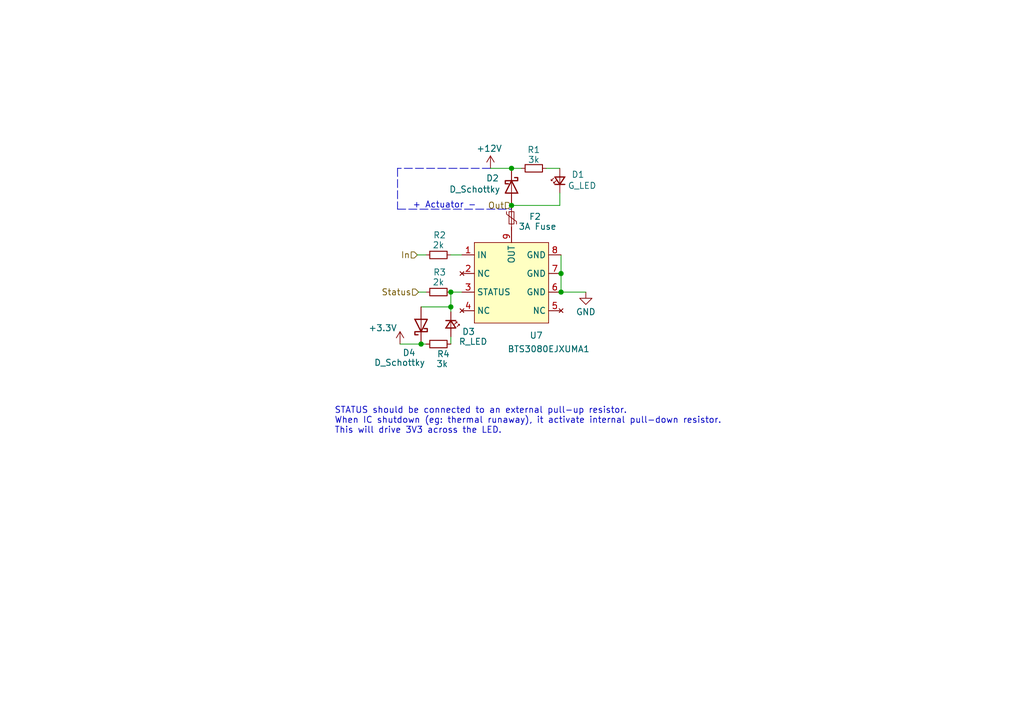
<source format=kicad_sch>
(kicad_sch (version 20211123) (generator eeschema)
  (paper "A5")
  (lib_symbols
    (symbol "BTS3080EJXUMA1:BTS3080EJXUMA1"
      (property "Reference" "U" (at 0 -2.54 0))
      (property "Value" "BTS3080EJXUMA1" (at 1.27 -5.08 0))
      (symbol "BTS3080EJXUMA1_0_1"
        (rectangle (start -7.62 16.51) (end 7.62 0) (fill (type background)))
      )
      (symbol "BTS3080EJXUMA1_1_1"
        (pin input line (at -10.16 13.97 0) (length 2.54) (name "IN") (number "1"))
        (pin no_connect line (at -10.16 10.16 0) (length 2.54) (name "NC") (number "2"))
        (pin output line (at -10.16 6.35 0) (length 2.54) (name "STATUS") (number "3"))
        (pin no_connect line (at -10.16 2.54 0) (length 2.54) (name "NC") (number "4"))
        (pin no_connect line (at 10.16 2.54 180) (length 2.54) (name "NC") (number "5"))
        (pin power_in line (at 10.16 6.35 180) (length 2.54) (name "GND") (number "6"))
        (pin power_in line (at 10.16 10.16 180) (length 2.54) (name "GND") (number "7"))
        (pin power_in line (at 10.16 13.97 180) (length 2.54) (name "GND") (number "8"))
        (pin output line (at 0 19.05 270) (length 2.54) (name "OUT") (number "9"))
      )
    )
    (symbol "Device:D_Schottky" (pin_numbers hide) (pin_names (offset 1.016) hide)
      (property "Reference" "D" (at 0 2.54 0))
      (property "Value" "D_Schottky" (at 0 -2.54 0))
      (symbol "D_Schottky_0_1"
        (polyline (pts (xy 1.27 0) (xy -1.27 0)))
        (polyline (pts (xy 1.27 1.27) (xy 1.27 -1.27) (xy -1.27 0) (xy 1.27 1.27)) (stroke (width 0.254)))
        (polyline (pts (xy -1.905 0.635) (xy -1.905 1.27) (xy -1.27 1.27) (xy -1.27 -1.27) (xy -0.635 -1.27) (xy -0.635 -0.635)) (stroke (width 0.254)))
      )
      (symbol "D_Schottky_1_1"
        (pin passive line (at -3.81 0 0) (length 2.54) (name "K") (number "1"))
        (pin passive line (at 3.81 0 180) (length 2.54) (name "A") (number "2"))
      )
    )
    (symbol "Device:LED_Small" (pin_numbers hide) (pin_names (offset 0.254) hide)
      (property "Reference" "D" (at -1.27 3.175 0))
      (property "Value" "LED_Small" (at -4.445 -2.54 0))
      (symbol "LED_Small_0_1"
        (polyline (pts (xy -0.762 -1.016) (xy -0.762 1.016)) (stroke (width 0.254)))
        (polyline (pts (xy 1.016 0) (xy -0.762 0)))
        (polyline (pts (xy 0.762 -1.016) (xy -0.762 0) (xy 0.762 1.016) (xy 0.762 -1.016)) (stroke (width 0.254)))
        (polyline (pts (xy 0 0.762) (xy -0.508 1.27) (xy -0.254 1.27) (xy -0.508 1.27) (xy -0.508 1.016)))
        (polyline (pts (xy 0.508 1.27) (xy 0 1.778) (xy 0.254 1.778) (xy 0 1.778) (xy 0 1.524)))
      )
      (symbol "LED_Small_1_1"
        (pin passive line (at -2.54 0 0) (length 1.778) (name "K") (number "1"))
        (pin passive line (at 2.54 0 180) (length 1.778) (name "A") (number "2"))
      )
    )
    (symbol "Device:Polyfuse_Small" (pin_numbers hide) (pin_names (offset 0))
      (property "Reference" "F" (at -1.905 0 90))
      (property "Value" "Polyfuse_Small" (at 1.905 0 90))
      (symbol "Polyfuse_Small_0_1"
        (rectangle (start -0.508 1.27) (end 0.508 -1.27))
        (polyline (pts (xy 0 2.54) (xy 0 -2.54)))
        (polyline (pts (xy -1.016 1.27) (xy -1.016 0.762) (xy 1.016 -0.762) (xy 1.016 -1.27)))
      )
      (symbol "Polyfuse_Small_1_1"
        (pin passive line (at 0 2.54 270) (length 0.635) (name "~") (number "1"))
        (pin passive line (at 0 -2.54 90) (length 0.635) (name "~") (number "2"))
      )
    )
    (symbol "Device:R_Small" (pin_numbers hide) (pin_names (offset 0.254) hide)
      (property "Reference" "R" (at 0.762 0.508 0))
      (property "Value" "R_Small" (at 0.762 -1.016 0))
      (symbol "R_Small_0_1"
        (rectangle (start -0.762 1.778) (end 0.762 -1.778) (stroke (width 0.2032)))
      )
      (symbol "R_Small_1_1"
        (pin passive line (at 0 2.54 270) (length 0.762) (name "~") (number "1"))
        (pin passive line (at 0 -2.54 90) (length 0.762) (name "~") (number "2"))
      )
    )
    (symbol "power:+12V" (power) (pin_names (offset 0))
      (property "Value" "+12V" (at 0 3.556 0))
      (symbol "+12V_0_1"
        (polyline (pts (xy -0.762 1.27) (xy 0 2.54)))
        (polyline (pts (xy 0 0) (xy 0 2.54)))
        (polyline (pts (xy 0 2.54) (xy 0.762 1.27)))
      )
      (symbol "+12V_1_1"
        (pin power_in line (at 0 0 90) (length 0) hide (name "+12V") (number "1"))
      )
    )
    (symbol "power:+3.3V" (power) (pin_names (offset 0))
      (property "Value" "+3.3V" (at 0 3.556 0))
      (symbol "+3.3V_0_1"
        (polyline (pts (xy -0.762 1.27) (xy 0 2.54)))
        (polyline (pts (xy 0 0) (xy 0 2.54)))
        (polyline (pts (xy 0 2.54) (xy 0.762 1.27)))
      )
      (symbol "+3.3V_1_1"
        (pin power_in line (at 0 0 90) (length 0) hide (name "+3.3V") (number "1"))
      )
    )
    (symbol "power:GND" (power) (pin_names (offset 0))
      (property "Value" "GND" (at 0 -3.81 0))
      (symbol "GND_0_1"
        (polyline (pts (xy 0 0) (xy 0 -1.27) (xy 1.27 -1.27) (xy 0 -2.54) (xy -1.27 -1.27) (xy 0 -1.27)))
      )
      (symbol "GND_1_1"
        (pin power_in line (at 0 0 270) (length 0) hide (name "GND") (number "1"))
      )
    )
  )
  (junction (at 104.902 34.544))
  (junction (at 104.902 42.164))
  (junction (at 115.062 56.134))
  (junction (at 92.456 62.992))
  (junction (at 115.062 59.944))
  (junction (at 92.456 59.944))
  (junction (at 86.36 70.612))
  (wire (pts (xy 82.042 70.612) (xy 86.36 70.612)))
  (wire (pts (xy 86.36 62.992) (xy 92.456 62.992)))
  (wire (pts (xy 114.808 39.624) (xy 114.808 42.164)))
  (wire (pts (xy 85.852 59.944) (xy 87.376 59.944)))
  (wire (pts (xy 115.062 56.134) (xy 115.062 59.944)))
  (wire (pts (xy 86.36 70.612) (xy 87.376 70.612)))
  (wire (pts (xy 92.456 69.088) (xy 92.456 70.612)))
  (wire (pts (xy 115.062 52.324) (xy 115.062 56.134)))
  (wire (pts (xy 92.456 59.944) (xy 92.456 62.992)))
  (wire (pts (xy 92.456 52.324) (xy 94.742 52.324)))
  (wire (pts (xy 104.902 42.164) (xy 114.808 42.164)))
  (wire (pts (xy 92.456 62.992) (xy 92.456 64.008)))
  (wire (pts (xy 104.902 34.544) (xy 106.934 34.544)))
  (polyline (pts (xy 81.534 42.926) (xy 104.902 42.926)))
  (wire (pts (xy 85.598 52.324) (xy 87.376 52.324)))
  (wire (pts (xy 112.014 34.544) (xy 114.808 34.544)))
  (polyline (pts (xy 81.534 34.544) (xy 81.534 42.926)))
  (wire (pts (xy 100.584 34.544) (xy 104.902 34.544)))
  (polyline (pts (xy 100.584 34.544) (xy 81.534 34.544)))
  (wire (pts (xy 115.062 59.944) (xy 120.142 59.944)))
  (wire (pts (xy 92.456 59.944) (xy 94.742 59.944)))
  (text "+ Actuator -" (at 84.582 42.926 0) (effects (font (size 1.27 1.27)) (justify left bottom)))
  (text "STATUS should be connected to an external pull-up resistor. \nWhen IC shutdown (eg: thermal runaway), it activate internal pull-down resistor. \nThis will drive 3V3 across the LED." (at 68.58 89.154 0) (effects (font (size 1.27 1.27)) (justify left bottom)))
  (hierarchical_label "In" (shape input) (at 85.598 52.324 180))
  (hierarchical_label "Out" (shape input) (at 104.902 42.164 180))
  (hierarchical_label "Status" (shape input) (at 85.852 59.944 180))
  (symbol (lib_id "Device:R_Small") (at 109.474 34.544 90) (unit 1)
    (property "Reference" "R1" (at 109.474 30.734 90))
    (property "Value" "3k" (at 109.474 32.766 90))
    (property "Footprint" "Resistor_SMD:R_0603_1608Metric" (effects hide))
  )
  (symbol (lib_id "Device:Polyfuse_Small") (at 104.902 44.704 180) (unit 1)
    (property "Reference" "F2" (at 109.728 44.45 0))
    (property "Value" "3A Fuse" (at 110.236 46.482 0))
    (property "Footprint" "Fuse:Fuse_2920_7451Metric" (effects hide))
  )
  (symbol (lib_id "Device:D_Schottky") (at 86.36 66.802 90) (unit 1)
    (property "Reference" "D4" (at 82.55 72.39 90) (effects (justify right)))
    (property "Value" "D_Schottky" (at 76.708 74.422 90) (effects (justify right)))
    (property "Footprint" "Diode_SMD:D_0603_1608Metric" (effects hide))
  )
  (symbol (lib_id "Device:R_Small") (at 89.916 52.324 90) (unit 1)
    (property "Reference" "R2" (at 90.17 48.26 90))
    (property "Value" "2k" (at 89.916 50.292 90))
    (property "Footprint" "Resistor_SMD:R_0603_1608Metric" (effects hide))
  )
  (symbol (lib_id "Device:D_Schottky") (at 104.902 38.354 270) (unit 1)
    (property "Reference" "D2" (at 102.362 36.576 90) (effects (justify right)))
    (property "Value" "D_Schottky" (at 102.616 38.862 90) (effects (justify right)))
    (property "Footprint" "Diode_SMD:D_0603_1608Metric" (effects hide))
  )
  (symbol (lib_id "power:GND") (at 120.142 59.944 0) (unit 1)
    (property "Reference" "#PWR015" (effects hide))
    (property "Value" "GND" (at 120.142 64.008 0))
  )
  (symbol (lib_id "Device:R_Small") (at 89.916 70.612 270) (unit 1)
    (property "Reference" "R4" (at 90.932 72.644 90))
    (property "Value" "3k" (at 90.678 74.676 90))
    (property "Footprint" "Resistor_SMD:R_0603_1608Metric" (effects hide))
  )
  (symbol (lib_id "power:+3.3V") (at 82.042 70.612 0) (unit 1)
    (property "Reference" "#PWR016" (effects hide))
    (property "Value" "+3.3V" (at 78.486 67.31 0))
  )
  (symbol (lib_id "power:+12V") (at 100.584 34.544 0) (unit 1)
    (property "Reference" "#PWR010" (effects hide))
    (property "Value" "+12V" (at 100.33 30.48 0))
  )
  (symbol (lib_id "BTS3080EJXUMA1:BTS3080EJXUMA1") (at 104.902 66.294 0) (unit 1)
    (property "Reference" "U7" (at 109.982 68.834 0))
    (property "Value" "BTS3080EJXUMA1" (at 112.522 71.628 0))
    (property "Footprint" "BTS3080EJXUMA1:SOIC127P600X115-9N" (effects hide))
  )
  (symbol (lib_id "Device:LED_Small") (at 114.808 37.084 90) (unit 1)
    (property "Reference" "D1" (at 119.888 35.814 90) (effects (justify left)))
    (property "Value" "G_LED" (at 119.38 38.1 90))
    (property "Footprint" "LED_SMD:LED_0603_1608Metric" (effects hide))
  )
  (symbol (lib_id "Device:LED_Small") (at 92.456 66.548 270) (unit 1)
    (property "Reference" "D3" (at 94.742 68.072 90) (effects (justify left)))
    (property "Value" "R_LED" (at 97.028 70.104 90))
    (property "Footprint" "LED_SMD:LED_0603_1608Metric" (effects hide))
  )
  (symbol (lib_id "Device:R_Small") (at 89.916 59.944 90) (unit 1)
    (property "Reference" "R3" (at 90.17 55.88 90))
    (property "Value" "2k" (at 89.916 57.912 90))
    (property "Footprint" "Resistor_SMD:R_0603_1608Metric" (effects hide))
  )
)
</source>
